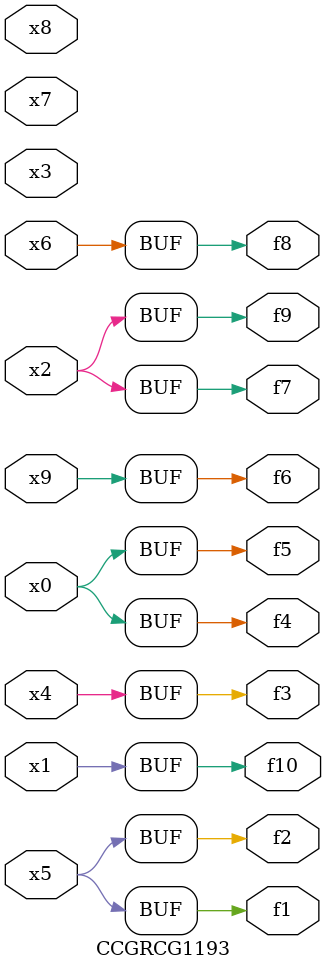
<source format=v>
module CCGRCG1193(
	input x0, x1, x2, x3, x4, x5, x6, x7, x8, x9,
	output f1, f2, f3, f4, f5, f6, f7, f8, f9, f10
);
	assign f1 = x5;
	assign f2 = x5;
	assign f3 = x4;
	assign f4 = x0;
	assign f5 = x0;
	assign f6 = x9;
	assign f7 = x2;
	assign f8 = x6;
	assign f9 = x2;
	assign f10 = x1;
endmodule

</source>
